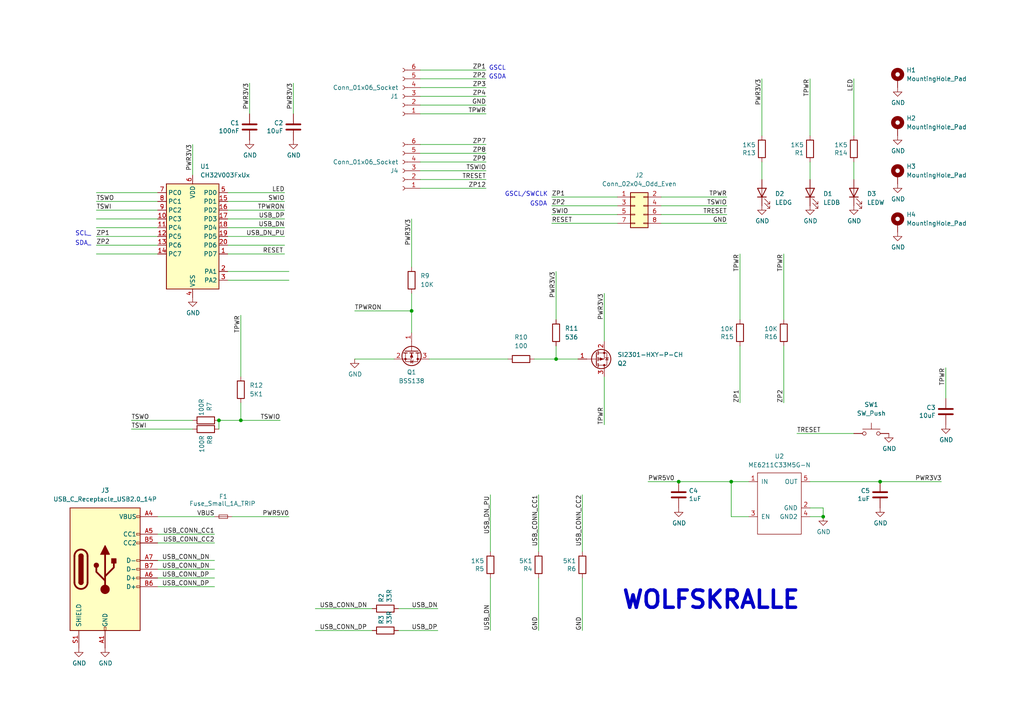
<source format=kicad_sch>
(kicad_sch (version 20231120) (generator "eeschema") (generator_version "8.0")
  (paper "A4")
  (title_block (date "2025-08-02") (rev "V0"))
  (lib_symbols
    (symbol "Connector:Conn_01x06_Socket" (pin_names (offset 1.016) hide)
      (property "Reference" "J" (at 0 7.62 0))
      (property "Value" "Conn_01x06_Socket" (at 0 -10.16 0))
      (symbol "Conn_01x06_Socket_1_1"
        (arc (start 0 -7.112) (mid -0.5058 -7.62) (end 0 -8.128) (stroke (width 0.1524)))
        (arc (start 0 -4.572) (mid -0.5058 -5.08) (end 0 -5.588) (stroke (width 0.1524)))
        (arc (start 0 -2.032) (mid -0.5058 -2.54) (end 0 -3.048) (stroke (width 0.1524)))
        (polyline (pts (xy -1.27 -7.62) (xy -0.508 -7.62)) (stroke (width 0.1524)))
        (polyline (pts (xy -1.27 -5.08) (xy -0.508 -5.08)) (stroke (width 0.1524)))
        (polyline (pts (xy -1.27 -2.54) (xy -0.508 -2.54)) (stroke (width 0.1524)))
        (polyline (pts (xy -1.27 0) (xy -0.508 0)) (stroke (width 0.1524)))
        (polyline (pts (xy -1.27 2.54) (xy -0.508 2.54)) (stroke (width 0.1524)))
        (polyline (pts (xy -1.27 5.08) (xy -0.508 5.08)) (stroke (width 0.1524)))
        (arc (start 0 0.508) (mid -0.5058 0) (end 0 -0.508) (stroke (width 0.1524)))
        (arc (start 0 3.048) (mid -0.5058 2.54) (end 0 2.032) (stroke (width 0.1524)))
        (arc (start 0 5.588) (mid -0.5058 5.08) (end 0 4.572) (stroke (width 0.1524)))
        (pin passive line (at -5.08 5.08 0) (length 3.81) (name "Pin_1") (number "1"))
        (pin passive line (at -5.08 2.54 0) (length 3.81) (name "Pin_2") (number "2"))
        (pin passive line (at -5.08 0 0) (length 3.81) (name "Pin_3") (number "3"))
        (pin passive line (at -5.08 -2.54 0) (length 3.81) (name "Pin_4") (number "4"))
        (pin passive line (at -5.08 -5.08 0) (length 3.81) (name "Pin_5") (number "5"))
        (pin passive line (at -5.08 -7.62 0) (length 3.81) (name "Pin_6") (number "6"))
      )
    )
    (symbol "Connector:USB_C_Receptacle_USB2.0_14P" (pin_names (offset 1.016))
      (property "Reference" "J" (at 0 22.225 0))
      (property "Value" "USB_C_Receptacle_USB2.0_14P" (at 0 19.685 0))
      (symbol "USB_C_Receptacle_USB2.0_14P_0_0"
        (rectangle (start -0.254 -17.78) (end 0.254 -16.764))
        (rectangle (start 10.16 -4.826) (end 9.144 -5.334))
        (rectangle (start 10.16 -2.286) (end 9.144 -2.794))
        (rectangle (start 10.16 0.254) (end 9.144 -0.254))
        (rectangle (start 10.16 2.794) (end 9.144 2.286))
        (rectangle (start 10.16 7.874) (end 9.144 7.366))
        (rectangle (start 10.16 10.414) (end 9.144 9.906))
        (rectangle (start 10.16 15.494) (end 9.144 14.986))
      )
      (symbol "USB_C_Receptacle_USB2.0_14P_0_1"
        (rectangle (start -10.16 17.78) (end 10.16 -17.78) (stroke (width 0.254)) (fill (type background)))
        (arc (start -8.89 -3.81) (mid -6.985 -5.7067) (end -5.08 -3.81) (stroke (width 0.508)))
        (arc (start -7.62 -3.81) (mid -6.985 -4.4423) (end -6.35 -3.81) (stroke (width 0.254)))
        (arc (start -7.62 -3.81) (mid -6.985 -4.4423) (end -6.35 -3.81) (stroke (width 0.254)) (fill (type outline)))
        (rectangle (start -7.62 -3.81) (end -6.35 3.81) (stroke (width 0.254)) (fill (type outline)))
        (arc (start -6.35 3.81) (mid -6.985 4.4423) (end -7.62 3.81) (stroke (width 0.254)))
        (arc (start -6.35 3.81) (mid -6.985 4.4423) (end -7.62 3.81) (stroke (width 0.254)) (fill (type outline)))
        (arc (start -5.08 3.81) (mid -6.985 5.7067) (end -8.89 3.81) (stroke (width 0.508)))
        (circle (center -2.54 1.143) (radius 0.635) (stroke (width 0.254)) (fill (type outline)))
        (circle (center 0 -5.842) (radius 1.27) (fill (type outline)))
        (polyline (pts (xy -8.89 -3.81) (xy -8.89 3.81)) (stroke (width 0.508)))
        (polyline (pts (xy -5.08 3.81) (xy -5.08 -3.81)) (stroke (width 0.508)))
        (polyline (pts (xy 0 -5.842) (xy 0 4.318)) (stroke (width 0.508)))
        (polyline (pts (xy 0 -3.302) (xy -2.54 -0.762) (xy -2.54 0.508)) (stroke (width 0.508)))
        (polyline (pts (xy 0 -2.032) (xy 2.54 0.508) (xy 2.54 1.778)) (stroke (width 0.508)))
        (polyline (pts (xy -1.27 4.318) (xy 0 6.858) (xy 1.27 4.318) (xy -1.27 4.318)) (stroke (width 0.254)) (fill (type outline)))
        (rectangle (start 1.905 1.778) (end 3.175 3.048) (stroke (width 0.254)) (fill (type outline)))
      )
      (symbol "USB_C_Receptacle_USB2.0_14P_1_1"
        (pin passive line (at 0 -22.86 90) (length 5.08) (name "GND") (number "A1"))
        (pin passive line (at 0 -22.86 90) (length 5.08) hide (name "GND") (number "A12"))
        (pin passive line (at 15.24 15.24 180) (length 5.08) (name "VBUS") (number "A4"))
        (pin bidirectional line (at 15.24 10.16 180) (length 5.08) (name "CC1") (number "A5"))
        (pin bidirectional line (at 15.24 -2.54 180) (length 5.08) (name "D+") (number "A6"))
        (pin bidirectional line (at 15.24 2.54 180) (length 5.08) (name "D-") (number "A7"))
        (pin passive line (at 15.24 15.24 180) (length 5.08) hide (name "VBUS") (number "A9"))
        (pin passive line (at 0 -22.86 90) (length 5.08) hide (name "GND") (number "B1"))
        (pin passive line (at 0 -22.86 90) (length 5.08) hide (name "GND") (number "B12"))
        (pin passive line (at 15.24 15.24 180) (length 5.08) hide (name "VBUS") (number "B4"))
        (pin bidirectional line (at 15.24 7.62 180) (length 5.08) (name "CC2") (number "B5"))
        (pin bidirectional line (at 15.24 -5.08 180) (length 5.08) (name "D+") (number "B6"))
        (pin bidirectional line (at 15.24 0 180) (length 5.08) (name "D-") (number "B7"))
        (pin passive line (at 15.24 15.24 180) (length 5.08) hide (name "VBUS") (number "B9"))
        (pin passive line (at -7.62 -22.86 90) (length 5.08) (name "SHIELD") (number "S1"))
      )
    )
    (symbol "Connector_Generic:Conn_02x04_Odd_Even" (pin_names (offset 1.016) hide)
      (property "Reference" "J" (at 1.27 5.08 0))
      (property "Value" "Conn_02x04_Odd_Even" (at 1.27 -7.62 0))
      (symbol "Conn_02x04_Odd_Even_1_1"
        (rectangle (start -1.27 -4.953) (end 0 -5.207) (stroke (width 0.1524)))
        (rectangle (start -1.27 -2.413) (end 0 -2.667) (stroke (width 0.1524)))
        (rectangle (start -1.27 0.127) (end 0 -0.127) (stroke (width 0.1524)))
        (rectangle (start -1.27 2.667) (end 0 2.413) (stroke (width 0.1524)))
        (rectangle (start -1.27 3.81) (end 3.81 -6.35) (stroke (width 0.254)) (fill (type background)))
        (rectangle (start 3.81 -4.953) (end 2.54 -5.207) (stroke (width 0.1524)))
        (rectangle (start 3.81 -2.413) (end 2.54 -2.667) (stroke (width 0.1524)))
        (rectangle (start 3.81 0.127) (end 2.54 -0.127) (stroke (width 0.1524)))
        (rectangle (start 3.81 2.667) (end 2.54 2.413) (stroke (width 0.1524)))
        (pin passive line (at -5.08 2.54 0) (length 3.81) (name "Pin_1") (number "1"))
        (pin passive line (at 7.62 2.54 180) (length 3.81) (name "Pin_2") (number "2"))
        (pin passive line (at -5.08 0 0) (length 3.81) (name "Pin_3") (number "3"))
        (pin passive line (at 7.62 0 180) (length 3.81) (name "Pin_4") (number "4"))
        (pin passive line (at -5.08 -2.54 0) (length 3.81) (name "Pin_5") (number "5"))
        (pin passive line (at 7.62 -2.54 180) (length 3.81) (name "Pin_6") (number "6"))
        (pin passive line (at -5.08 -5.08 0) (length 3.81) (name "Pin_7") (number "7"))
        (pin passive line (at 7.62 -5.08 180) (length 3.81) (name "Pin_8") (number "8"))
      )
    )
    (symbol "Device:C" (pin_numbers hide) (pin_names (offset 0.254))
      (property "Reference" "C" (at 0.635 2.54 0))
      (property "Value" "C" (at 0.635 -2.54 0))
      (symbol "C_0_1"
        (polyline (pts (xy -2.032 -0.762) (xy 2.032 -0.762)) (stroke (width 0.508)))
        (polyline (pts (xy -2.032 0.762) (xy 2.032 0.762)) (stroke (width 0.508)))
      )
      (symbol "C_1_1"
        (pin passive line (at 0 3.81 270) (length 2.794) (name "~") (number "1"))
        (pin passive line (at 0 -3.81 90) (length 2.794) (name "~") (number "2"))
      )
    )
    (symbol "Device:Fuse_Small" (pin_numbers hide) (pin_names (offset 0.254) hide)
      (property "Reference" "F" (at 0 -1.524 0))
      (property "Value" "Fuse_Small" (at 0 1.524 0))
      (symbol "Fuse_Small_0_1"
        (rectangle (start -1.27 0.508) (end 1.27 -0.508))
        (polyline (pts (xy -1.27 0) (xy 1.27 0)))
      )
      (symbol "Fuse_Small_1_1"
        (pin passive line (at -2.54 0 0) (length 1.27) (name "~") (number "1"))
        (pin passive line (at 2.54 0 180) (length 1.27) (name "~") (number "2"))
      )
    )
    (symbol "Device:LED" (pin_numbers hide) (pin_names (offset 1.016) hide)
      (property "Reference" "D" (at 0 2.54 0))
      (property "Value" "LED" (at 0 -2.54 0))
      (symbol "LED_0_1"
        (polyline (pts (xy -1.27 -1.27) (xy -1.27 1.27)) (stroke (width 0.254)))
        (polyline (pts (xy -1.27 0) (xy 1.27 0)))
        (polyline (pts (xy 1.27 -1.27) (xy 1.27 1.27) (xy -1.27 0) (xy 1.27 -1.27)) (stroke (width 0.254)))
        (polyline (pts (xy -3.048 -0.762) (xy -4.572 -2.286) (xy -3.81 -2.286) (xy -4.572 -2.286) (xy -4.572 -1.524)))
        (polyline (pts (xy -1.778 -0.762) (xy -3.302 -2.286) (xy -2.54 -2.286) (xy -3.302 -2.286) (xy -3.302 -1.524)))
      )
      (symbol "LED_1_1"
        (pin passive line (at -3.81 0 0) (length 2.54) (name "K") (number "1"))
        (pin passive line (at 3.81 0 180) (length 2.54) (name "A") (number "2"))
      )
    )
    (symbol "Device:R" (pin_numbers hide) (pin_names (offset 0))
      (property "Reference" "R" (at 2.032 0 90))
      (property "Value" "R" (at 0 0 90))
      (symbol "R_0_1"
        (rectangle (start -1.016 -2.54) (end 1.016 2.54) (stroke (width 0.254)))
      )
      (symbol "R_1_1"
        (pin passive line (at 0 3.81 270) (length 1.27) (name "~") (number "1"))
        (pin passive line (at 0 -3.81 90) (length 1.27) (name "~") (number "2"))
      )
    )
    (symbol "MCU_WCH_CH32V0:CH32V003FxUx"
      (property "Reference" "U" (at -7.62 17.78 0))
      (property "Value" "CH32V003FxUx" (at 7.62 17.78 0))
      (symbol "CH32V003FxUx_1_1"
        (rectangle (start -7.62 15.24) (end 7.62 -15.24) (stroke (width 0.254)) (fill (type background)))
        (pin bidirectional line (at 10.16 -5.08 180) (length 2.54) (name "PD7") (number "1"))
        (pin bidirectional line (at -10.16 5.08 0) (length 2.54) (name "PC3") (number "10"))
        (pin bidirectional line (at -10.16 2.54 0) (length 2.54) (name "PC4") (number "11"))
        (pin bidirectional line (at -10.16 0 0) (length 2.54) (name "PC5") (number "12"))
        (pin bidirectional line (at -10.16 -2.54 0) (length 2.54) (name "PC6") (number "13"))
        (pin bidirectional line (at -10.16 -5.08 0) (length 2.54) (name "PC7") (number "14"))
        (pin bidirectional line (at 10.16 10.16 180) (length 2.54) (name "PD1") (number "15"))
        (pin bidirectional line (at 10.16 7.62 180) (length 2.54) (name "PD2") (number "16"))
        (pin bidirectional line (at 10.16 5.08 180) (length 2.54) (name "PD3") (number "17"))
        (pin bidirectional line (at 10.16 2.54 180) (length 2.54) (name "PD4") (number "18"))
        (pin bidirectional line (at 10.16 0 180) (length 2.54) (name "PD5") (number "19"))
        (pin bidirectional line (at 10.16 -10.16 180) (length 2.54) (name "PA1") (number "2"))
        (pin bidirectional line (at 10.16 -2.54 180) (length 2.54) (name "PD6") (number "20"))
        (pin passive line (at 0 -17.78 90) (length 2.54) hide (name "VSS") (number "21"))
        (pin bidirectional line (at 10.16 -12.7 180) (length 2.54) (name "PA2") (number "3"))
        (pin power_in line (at 0 -17.78 90) (length 2.54) (name "VSS") (number "4"))
        (pin bidirectional line (at 10.16 12.7 180) (length 2.54) (name "PD0") (number "5"))
        (pin power_in line (at 0 17.78 270) (length 2.54) (name "VDD") (number "6"))
        (pin bidirectional line (at -10.16 12.7 0) (length 2.54) (name "PC0") (number "7"))
        (pin bidirectional line (at -10.16 10.16 0) (length 2.54) (name "PC1") (number "8"))
        (pin bidirectional line (at -10.16 7.62 0) (length 2.54) (name "PC2") (number "9"))
      )
    )
    (symbol "Mechanical:MountingHole_Pad" (pin_numbers hide) (pin_names (offset 1.016) hide) (exclude_from_sim yes) (in_bom no)
      (property "Reference" "H" (at 0 6.35 0))
      (property "Value" "MountingHole_Pad" (at 0 4.445 0))
      (symbol "MountingHole_Pad_0_1"
        (circle (center 0 1.27) (radius 1.27) (stroke (width 1.27)))
      )
      (symbol "MountingHole_Pad_1_1"
        (pin input line (at 0 -2.54 90) (length 2.54) (name "1") (number "1"))
      )
    )
    (symbol "Switch:SW_Push" (pin_numbers hide) (pin_names (offset 1.016) hide)
      (property "Reference" "SW" (at 1.27 2.54 0))
      (property "Value" "SW_Push" (at 0 -1.524 0))
      (symbol "SW_Push_0_1"
        (circle (center -2.032 0) (radius 0.508))
        (polyline (pts (xy 0 1.27) (xy 0 3.048)))
        (polyline (pts (xy 2.54 1.27) (xy -2.54 1.27)))
        (circle (center 2.032 0) (radius 0.508))
        (pin passive line (at -5.08 0 0) (length 2.54) (name "1") (number "1"))
        (pin passive line (at 5.08 0 180) (length 2.54) (name "2") (number "2"))
      )
    )
    (symbol "Transistor_FET:BSS138" (pin_names hide)
      (property "Reference" "Q" (at 5.08 1.905 0))
      (property "Value" "BSS138" (at 5.08 0 0))
      (symbol "BSS138_0_1"
        (polyline (pts (xy 0.254 0) (xy -2.54 0)))
        (polyline (pts (xy 0.254 1.905) (xy 0.254 -1.905)) (stroke (width 0.254)))
        (polyline (pts (xy 0.762 -1.27) (xy 0.762 -2.286)) (stroke (width 0.254)))
        (polyline (pts (xy 0.762 0.508) (xy 0.762 -0.508)) (stroke (width 0.254)))
        (polyline (pts (xy 0.762 2.286) (xy 0.762 1.27)) (stroke (width 0.254)))
        (polyline (pts (xy 2.54 2.54) (xy 2.54 1.778)))
        (polyline (pts (xy 2.54 -2.54) (xy 2.54 0) (xy 0.762 0)))
        (polyline (pts (xy 0.762 -1.778) (xy 3.302 -1.778) (xy 3.302 1.778) (xy 0.762 1.778)))
        (polyline (pts (xy 1.016 0) (xy 2.032 0.381) (xy 2.032 -0.381) (xy 1.016 0)) (fill (type outline)))
        (polyline (pts (xy 2.794 0.508) (xy 2.921 0.381) (xy 3.683 0.381) (xy 3.81 0.254)))
        (polyline (pts (xy 3.302 0.381) (xy 2.921 -0.254) (xy 3.683 -0.254) (xy 3.302 0.381)))
        (circle (center 1.651 0) (radius 2.794) (stroke (width 0.254)))
        (circle (center 2.54 -1.778) (radius 0.254) (fill (type outline)))
        (circle (center 2.54 1.778) (radius 0.254) (fill (type outline)))
      )
      (symbol "BSS138_1_1"
        (pin input line (at -5.08 0 0) (length 2.54) (name "G") (number "1"))
        (pin passive line (at 2.54 -5.08 90) (length 2.54) (name "S") (number "2"))
        (pin passive line (at 2.54 5.08 270) (length 2.54) (name "D") (number "3"))
      )
    )
    (symbol "Transistor_FET:BSS84" (pin_names hide)
      (property "Reference" "Q" (at 5.08 1.905 0))
      (property "Value" "BSS84" (at 5.08 0 0))
      (symbol "BSS84_0_1"
        (polyline (pts (xy 0.254 0) (xy -2.54 0)))
        (polyline (pts (xy 0.254 1.905) (xy 0.254 -1.905)) (stroke (width 0.254)))
        (polyline (pts (xy 0.762 -1.27) (xy 0.762 -2.286)) (stroke (width 0.254)))
        (polyline (pts (xy 0.762 0.508) (xy 0.762 -0.508)) (stroke (width 0.254)))
        (polyline (pts (xy 0.762 2.286) (xy 0.762 1.27)) (stroke (width 0.254)))
        (polyline (pts (xy 2.54 2.54) (xy 2.54 1.778)))
        (polyline (pts (xy 2.54 -2.54) (xy 2.54 0) (xy 0.762 0)))
        (polyline (pts (xy 0.762 1.778) (xy 3.302 1.778) (xy 3.302 -1.778) (xy 0.762 -1.778)))
        (polyline (pts (xy 2.286 0) (xy 1.27 0.381) (xy 1.27 -0.381) (xy 2.286 0)) (fill (type outline)))
        (polyline (pts (xy 2.794 -0.508) (xy 2.921 -0.381) (xy 3.683 -0.381) (xy 3.81 -0.254)))
        (polyline (pts (xy 3.302 -0.381) (xy 2.921 0.254) (xy 3.683 0.254) (xy 3.302 -0.381)))
        (circle (center 1.651 0) (radius 2.794) (stroke (width 0.254)))
        (circle (center 2.54 -1.778) (radius 0.254) (fill (type outline)))
        (circle (center 2.54 1.778) (radius 0.254) (fill (type outline)))
      )
      (symbol "BSS84_1_1"
        (pin input line (at -5.08 0 0) (length 2.54) (name "G") (number "1"))
        (pin passive line (at 2.54 -5.08 90) (length 2.54) (name "S") (number "2"))
        (pin passive line (at 2.54 5.08 270) (length 2.54) (name "D") (number "3"))
      )
    )
    (symbol "ld-power:NCP115" (pin_names (offset 1.016))
      (property "Reference" "U" (at 0 3.81 0))
      (property "Value" "NCP115" (at 0 -3.81 0))
      (symbol "NCP115_0_1"
        (rectangle (start -6.35 2.54) (end 6.35 -15.24))
      )
      (symbol "NCP115_1_1"
        (pin bidirectional line (at -8.89 0 0) (length 2.54) (name "IN") (number "1"))
        (pin bidirectional line (at 8.89 -7.62 180) (length 2.54) (name "GND") (number "2"))
        (pin bidirectional line (at -8.89 -10.16 0) (length 2.54) (name "EN") (number "3"))
        (pin bidirectional line (at 8.89 -10.16 180) (length 2.54) (name "GND2") (number "4"))
        (pin bidirectional line (at 8.89 0 180) (length 2.54) (name "OUT") (number "5"))
      )
    )
    (symbol "power:GND" (power) (pin_names (offset 0))
      (property "Value" "GND" (at 0 -3.81 0))
      (symbol "GND_0_1"
        (polyline (pts (xy 0 0) (xy 0 -1.27) (xy 1.27 -1.27) (xy 0 -2.54) (xy -1.27 -1.27) (xy 0 -1.27)))
      )
      (symbol "GND_1_1"
        (pin power_in line (at 0 0 270) (length 0) hide (name "GND") (number "1"))
      )
    )
  )
  (junction (at 63.5 121.92))
  (junction (at 69.85 121.92))
  (junction (at 255.27 139.7))
  (junction (at 119.38 90.17))
  (junction (at 212.09 139.7))
  (junction (at 238.76 149.86))
  (junction (at 196.85 139.7))
  (junction (at 161.29 104.14))
  (wire (pts (xy 121.92 44.45) (xy 140.97 44.45)))
  (wire (pts (xy 27.94 73.66) (xy 45.72 73.66)))
  (wire (pts (xy 66.04 68.58) (xy 82.55 68.58)))
  (wire (pts (xy 27.94 63.5) (xy 45.72 63.5)))
  (wire (pts (xy 227.33 100.33) (xy 227.33 116.84)))
  (wire (pts (xy 175.26 99.06) (xy 175.26 85.09)))
  (wire (pts (xy 45.72 167.64) (xy 62.23 167.64)))
  (wire (pts (xy 154.94 104.14) (xy 161.29 104.14)))
  (wire (pts (xy 45.72 149.86) (xy 62.23 149.86)))
  (wire (pts (xy 247.65 39.37) (xy 247.65 22.86)))
  (wire (pts (xy 27.94 58.42) (xy 45.72 58.42)))
  (wire (pts (xy 45.72 170.18) (xy 62.23 170.18)))
  (wire (pts (xy 234.95 39.37) (xy 234.95 22.86)))
  (wire (pts (xy 121.92 52.07) (xy 140.97 52.07)))
  (wire (pts (xy 91.44 182.88) (xy 107.95 182.88)))
  (wire (pts (xy 161.29 104.14) (xy 167.64 104.14)))
  (wire (pts (xy 255.27 139.7) (xy 234.95 139.7)))
  (wire (pts (xy 234.95 149.86) (xy 238.76 149.86)))
  (wire (pts (xy 168.91 160.02) (xy 168.91 143.51)))
  (wire (pts (xy 274.32 115.57) (xy 274.32 106.68)))
  (wire (pts (xy 27.94 60.96) (xy 45.72 60.96)))
  (wire (pts (xy 247.65 46.99) (xy 247.65 52.07)))
  (wire (pts (xy 66.04 63.5) (xy 82.55 63.5)))
  (wire (pts (xy 91.44 176.53) (xy 107.95 176.53)))
  (wire (pts (xy 142.24 160.02) (xy 142.24 143.51)))
  (wire (pts (xy 179.07 59.69) (xy 160.02 59.69)))
  (wire (pts (xy 115.57 182.88) (xy 127 182.88)))
  (wire (pts (xy 168.91 182.88) (xy 168.91 167.64)))
  (wire (pts (xy 66.04 78.74) (xy 83.82 78.74)))
  (wire (pts (xy 175.26 123.19) (xy 175.26 109.22)))
  (wire (pts (xy 255.27 139.7) (xy 273.05 139.7)))
  (wire (pts (xy 220.98 39.37) (xy 220.98 22.86)))
  (wire (pts (xy 196.85 139.7) (xy 212.09 139.7)))
  (wire (pts (xy 114.3 104.14) (xy 102.87 104.14)))
  (wire (pts (xy 72.39 33.02) (xy 72.39 24.13)))
  (wire (pts (xy 231.14 125.73) (xy 247.65 125.73)))
  (wire (pts (xy 156.21 160.02) (xy 156.21 143.51)))
  (wire (pts (xy 179.07 57.15) (xy 160.02 57.15)))
  (wire (pts (xy 142.24 182.88) (xy 142.24 167.64)))
  (wire (pts (xy 238.76 147.32) (xy 238.76 149.86)))
  (wire (pts (xy 191.77 62.23) (xy 210.82 62.23)))
  (wire (pts (xy 119.38 96.52) (xy 119.38 90.17)))
  (wire (pts (xy 121.92 20.32) (xy 140.97 20.32)))
  (wire (pts (xy 212.09 149.86) (xy 212.09 139.7)))
  (wire (pts (xy 121.92 41.91) (xy 140.97 41.91)))
  (wire (pts (xy 45.72 157.48) (xy 62.23 157.48)))
  (wire (pts (xy 38.1 124.46) (xy 55.88 124.46)))
  (wire (pts (xy 63.5 121.92) (xy 63.5 124.46)))
  (wire (pts (xy 191.77 57.15) (xy 210.82 57.15)))
  (wire (pts (xy 45.72 165.1) (xy 62.23 165.1)))
  (wire (pts (xy 66.04 60.96) (xy 82.55 60.96)))
  (wire (pts (xy 191.77 59.69) (xy 210.82 59.69)))
  (wire (pts (xy 66.04 71.12) (xy 82.55 71.12)))
  (wire (pts (xy 67.31 149.86) (xy 83.82 149.86)))
  (wire (pts (xy 187.96 139.7) (xy 196.85 139.7)))
  (wire (pts (xy 27.94 71.12) (xy 45.72 71.12)))
  (wire (pts (xy 27.94 68.58) (xy 45.72 68.58)))
  (wire (pts (xy 179.07 62.23) (xy 160.02 62.23)))
  (wire (pts (xy 27.94 55.88) (xy 45.72 55.88)))
  (wire (pts (xy 121.92 46.99) (xy 140.97 46.99)))
  (wire (pts (xy 179.07 64.77) (xy 160.02 64.77)))
  (wire (pts (xy 121.92 54.61) (xy 140.97 54.61)))
  (wire (pts (xy 124.46 104.14) (xy 147.32 104.14)))
  (wire (pts (xy 227.33 92.71) (xy 227.33 73.66)))
  (wire (pts (xy 115.57 176.53) (xy 127 176.53)))
  (wire (pts (xy 66.04 73.66) (xy 82.55 73.66)))
  (wire (pts (xy 69.85 116.84) (xy 69.85 121.92)))
  (wire (pts (xy 121.92 22.86) (xy 140.97 22.86)))
  (wire (pts (xy 212.09 139.7) (xy 217.17 139.7)))
  (wire (pts (xy 45.72 154.94) (xy 62.23 154.94)))
  (wire (pts (xy 220.98 46.99) (xy 220.98 52.07)))
  (wire (pts (xy 45.72 162.56) (xy 62.23 162.56)))
  (wire (pts (xy 214.63 92.71) (xy 214.63 73.66)))
  (wire (pts (xy 161.29 78.74) (xy 161.29 92.71)))
  (wire (pts (xy 27.94 66.04) (xy 45.72 66.04)))
  (wire (pts (xy 66.04 58.42) (xy 82.55 58.42)))
  (wire (pts (xy 121.92 33.02) (xy 140.97 33.02)))
  (wire (pts (xy 119.38 63.5) (xy 119.38 77.47)))
  (wire (pts (xy 63.5 121.92) (xy 69.85 121.92)))
  (wire (pts (xy 121.92 30.48) (xy 140.97 30.48)))
  (wire (pts (xy 55.88 50.8) (xy 55.88 41.91)))
  (wire (pts (xy 85.09 33.02) (xy 85.09 24.13)))
  (wire (pts (xy 121.92 49.53) (xy 140.97 49.53)))
  (wire (pts (xy 156.21 182.88) (xy 156.21 167.64)))
  (wire (pts (xy 210.82 64.77) (xy 191.77 64.77)))
  (wire (pts (xy 102.87 90.17) (xy 119.38 90.17)))
  (wire (pts (xy 121.92 27.94) (xy 140.97 27.94)))
  (wire (pts (xy 69.85 91.44) (xy 69.85 109.22)))
  (wire (pts (xy 38.1 121.92) (xy 55.88 121.92)))
  (wire (pts (xy 66.04 81.28) (xy 83.82 81.28)))
  (wire (pts (xy 214.63 100.33) (xy 214.63 116.84)))
  (wire (pts (xy 234.95 147.32) (xy 238.76 147.32)))
  (wire (pts (xy 234.95 46.99) (xy 234.95 52.07)))
  (wire (pts (xy 66.04 55.88) (xy 82.55 55.88)))
  (wire (pts (xy 119.38 90.17) (xy 119.38 85.09)))
  (wire (pts (xy 66.04 66.04) (xy 82.55 66.04)))
  (wire (pts (xy 217.17 149.86) (xy 212.09 149.86)))
  (wire (pts (xy 121.92 25.4) (xy 140.97 25.4)))
  (wire (pts (xy 161.29 100.33) (xy 161.29 104.14)))
  (wire (pts (xy 69.85 121.92) (xy 81.28 121.92)))
  (text "GSCL" (at 144.272 19.812 0) (effects (font (size 1.27 1.27))))
  (text "GSDA" (at 156.21 59.182 0) (effects (font (size 1.27 1.27))))
  (text "SCL_" (at 24.13 67.818 0) (effects (font (size 1.27 1.27))))
  (text "GSCL/SWCLK" (at 152.654 56.388 0) (effects (font (size 1.27 1.27))))
  (text "GSDA" (at 144.272 22.352 0) (effects (font (size 1.27 1.27))))
  (text "WOLFSKRALLE" (at 180.086 177.038 0) (effects (font (size 5 5) (thickness 1) (bold yes)) (justify left bottom)))
  (text "SDA_" (at 24.13 70.612 0) (effects (font (size 1.27 1.27))))
  (label "USB_CONN_DN" (at 92.71 176.53 0))
  (label "USB_CONN_DP" (at 46.99 167.64 0))
  (label "USB_DP" (at 119.38 182.88 0))
  (label "GND" (at 168.91 182.88 90))
  (label "TPWRON" (at 102.87 90.17 0))
  (label "TPWR" (at 227.33 73.66 270))
  (label "GND" (at 210.82 64.77 180))
  (label "RESET" (at 76.2 73.66 0))
  (label "TPWR" (at 210.82 57.15 180))
  (label "PWR5V0" (at 187.96 139.7 0))
  (label "TSWI" (at 38.1 124.46 0))
  (label "TRESET" (at 140.97 52.07 180))
  (label "TSWIO" (at 210.82 59.69 180))
  (label "ZP1" (at 140.97 20.32 180))
  (label "USB_CONN_DN" (at 46.99 162.56 0))
  (label "PWR3V3" (at 119.38 63.5 270))
  (label "TPWR" (at 140.97 33.02 180))
  (label "ZP7" (at 140.97 41.91 180))
  (label "ZP1" (at 214.63 116.84 90))
  (label "TPWR" (at 69.85 91.44 270))
  (label "ZP1" (at 27.94 68.58 0))
  (label "TSWIO" (at 81.28 121.92 180))
  (label "ZP8" (at 140.97 44.45 180))
  (label "ZP2" (at 27.94 71.12 0))
  (label "SWIO" (at 160.02 62.23 0))
  (label "USB_DN" (at 82.55 66.04 180))
  (label "TPWR" (at 214.63 73.66 270))
  (label "PWR3V3" (at 220.98 22.86 270))
  (label "USB_DN" (at 142.24 182.88 90))
  (label "USB_DN_PU" (at 82.55 68.58 180))
  (label "GND" (at 140.97 30.48 180))
  (label "ZP12" (at 140.97 54.61 180))
  (label "TPWR" (at 234.95 22.86 270))
  (label "TSWO" (at 38.1 121.92 0))
  (label "USB_DP" (at 82.55 63.5 180))
  (label "ZP2" (at 140.97 22.86 180))
  (label "USB_DN" (at 119.38 176.53 0))
  (label "USB_DN_PU" (at 142.24 154.94 90))
  (label "ZP3" (at 140.97 25.4 180))
  (label "PWR3V3" (at 175.26 85.09 270))
  (label "USB_CONN_DP" (at 46.99 170.18 0))
  (label "RESET" (at 160.02 64.77 0))
  (label "USB_CONN_CC1" (at 156.21 143.51 270))
  (label "SWIO" (at 82.55 58.42 180))
  (label "USB_CONN_DN" (at 46.99 165.1 0))
  (label "ZP1" (at 160.02 57.15 0))
  (label "PWR3V3" (at 72.39 31.75 90))
  (label "VBUS" (at 62.23 149.86 180))
  (label "USB_CONN_CC2" (at 168.91 143.51 270))
  (label "USB_CONN_DP" (at 92.71 182.88 0))
  (label "TPWR" (at 175.26 123.19 90))
  (label "USB_CONN_CC1" (at 62.23 154.94 180))
  (label "LED" (at 82.55 55.88 180))
  (label "PWR3V3" (at 161.29 78.74 270))
  (label "TPWRON" (at 82.55 60.96 180))
  (label "ZP2" (at 160.02 59.69 0))
  (label "ZP2" (at 227.33 116.84 90))
  (label "TSWI" (at 27.94 60.96 0))
  (label "PWR3V3" (at 265.43 139.7 0))
  (label "PWR3V3" (at 55.88 49.53 90))
  (label "ZP9" (at 140.97 46.99 180))
  (label "LED" (at 247.65 22.86 270))
  (label "USB_CONN_CC2" (at 62.23 157.48 180))
  (label "ZP4" (at 140.97 27.94 180))
  (label "PWR3V3" (at 85.09 31.75 90))
  (label "GND" (at 156.21 182.88 90))
  (label "TSWO" (at 27.94 58.42 0))
  (label "TRESET" (at 210.82 62.23 180))
  (label "PWR5V0" (at 83.82 149.86 180))
  (label "TSWIO" (at 140.97 49.53 180))
  (label "TPWR" (at 274.32 106.68 270))
  (label "TRESET" (at 231.14 125.73 0))
  (symbol (lib_id "power:GND") (at 260.35 53.34 0) (unit 1)
    (property "Reference" "#PWR12" (effects (hide yes)))
    (property "Value" "GND" (at 260.477 57.7342 0))
  )
  (symbol (lib_id "Transistor_FET:BSS84") (at 172.72 104.14 0) (mirror x) (unit 1)
    (property "Reference" "Q2" (at 179.07 105.4101 0) (effects (justify left)))
    (property "Value" "SI2301-HXY-P-CH" (at 179.07 102.8701 0) (effects (justify left)))
    (property "Footprint" "Package_TO_SOT_SMD:SOT-23" (effects (hide yes)))
    (property "Datasheet" "http://assets.nexperia.com/documents/data-sheet/BSS84.pdf" (effects (hide yes)))
    (property "Description" "-0.13A Id, -50V Vds, P-Channel MOSFET, SOT-23" (effects (hide yes)))
  )
  (symbol (lib_id "power:GND") (at 234.95 59.69 0) (unit 1)
    (property "Reference" "#PWR05" (effects (hide yes)))
    (property "Value" "GND" (at 235.077 64.0842 0))
  )
  (symbol (lib_id "Device:LED") (at 247.65 55.88 90) (unit 1)
    (property "Reference" "D3" (at 251.46 56.1974 90) (effects (justify right)))
    (property "Value" "LEDW" (at 251.46 58.7374 90) (effects (justify right)))
    (property "Footprint" "LED_SMD:LED_0603_1608Metric" (effects (hide yes)))
    (property "Description" "Light emitting diode" (effects (hide yes)))
  )
  (symbol (lib_id "power:GND") (at 247.65 59.69 0) (unit 1)
    (property "Reference" "#PWR17" (effects (hide yes)))
    (property "Value" "GND" (at 247.777 64.0842 0))
  )
  (symbol (lib_id "Device:R") (at 59.69 124.46 270) (unit 1)
    (property "Reference" "R8" (at 60.8584 126.238 0) (effects (justify left)))
    (property "Value" "100R" (at 58.547 126.238 0) (effects (justify left)))
    (property "Footprint" "Resistor_SMD:R_0402_1005Metric" (effects (hide yes)))
  )
  (symbol (lib_id "MCU_WCH_CH32V0:CH32V003FxUx") (at 55.88 68.58 0) (unit 1)
    (property "Reference" "U1" (at 58.0741 48.26 0) (effects (justify left)))
    (property "Value" "CH32V003FxUx" (at 58.0741 50.8 0) (effects (justify left)))
    (property "Footprint" "Package_DFN_QFN:QFN-20-1EP_3x3mm_P0.4mm_EP1.65x1.65mm" (effects (hide yes)))
    (property "Datasheet" "https://www.wch-ic.com/products/CH32V003.html" (effects (hide yes)))
    (property "Description" "CH32V003 series are industrial-grade general-purpose microcontrollers designed based on 32-bit RISC-V instruction set and architecture. It adopts QingKe V2A core, RV32EC instruction set, and supports 2 levels of interrupt nesting. The series are mounted with rich peripheral interfaces and function modules. Its internal organizational structure meets the low-cost and low-power embedded application scenarios." (effects (hide yes)))
  )
  (symbol (lib_id "Transistor_FET:BSS138") (at 119.38 101.6 270) (unit 1)
    (property "Reference" "Q1" (at 119.38 107.95 90))
    (property "Value" "BSS138" (at 119.38 110.49 90))
    (property "Footprint" "Package_TO_SOT_SMD:SOT-23" (effects (hide yes)))
    (property "Datasheet" "https://www.onsemi.com/pub/Collateral/BSS138-D.PDF" (effects (hide yes)))
    (property "Description" "50V Vds, 0.22A Id, N-Channel MOSFET, SOT-23" (effects (hide yes)))
  )
  (symbol (lib_id "Mechanical:MountingHole_Pad") (at 260.35 64.77 0) (unit 1) (exclude_from_sim yes) (in_bom no)
    (property "Reference" "H4" (at 262.89 62.2299 0) (effects (justify left)))
    (property "Value" "MountingHole_Pad" (at 262.89 64.7699 0) (effects (justify left)))
    (property "Footprint" "MountingHole:MountingHole_2.7mm_M2.5_DIN965_Pad" (effects (hide yes)))
    (property "Description" "Mounting Hole with connection" (effects (hide yes)))
  )
  (symbol (lib_id "Device:R") (at 161.29 96.52 180) (unit 1)
    (property "Reference" "R11" (at 163.83 95.2499 0) (effects (justify right)))
    (property "Value" "536" (at 163.83 97.7899 0) (effects (justify right)))
    (property "Footprint" "Resistor_SMD:R_0402_1005Metric" (effects (hide yes)))
    (property "Description" "Resistor" (effects (hide yes)))
  )
  (symbol (lib_id "power:GND") (at 30.48 187.96 0) (unit 1)
    (property "Reference" "#PWR8" (effects (hide yes)))
    (property "Value" "GND" (at 30.607 192.3542 0))
  )
  (symbol (lib_id "Connector:Conn_01x06_Socket") (at 116.84 49.53 180) (unit 1)
    (property "Reference" "J4" (at 115.57 49.5301 0) (effects (justify left)))
    (property "Value" "Conn_01x06_Socket" (at 115.57 46.9901 0) (effects (justify left)))
    (property "Footprint" "LD-CONNECTORS:SPRING-MALE-6P-TIGHTHOLES" (effects (hide yes)))
    (property "Description" "Generic connector, single row, 01x06, script generated" (effects (hide yes)))
  )
  (symbol (lib_id "Device:R") (at 59.69 121.92 270) (unit 1)
    (property "Reference" "R7" (at 60.7314 116.586 0) (effects (justify left)))
    (property "Value" "100R" (at 58.42 115.57 0) (effects (justify left)))
    (property "Footprint" "Resistor_SMD:R_0402_1005Metric" (effects (hide yes)))
  )
  (symbol (lib_id "Device:R") (at 111.76 176.53 90) (unit 1)
    (property "Reference" "R2" (at 110.5916 174.752 0) (effects (justify left)))
    (property "Value" "33R" (at 112.903 174.752 0) (effects (justify left)))
    (property "Footprint" "Resistor_SMD:R_0402_1005Metric" (effects (hide yes)))
  )
  (symbol (lib_id "Mechanical:MountingHole_Pad") (at 260.35 36.83 0) (unit 1) (exclude_from_sim yes) (in_bom no)
    (property "Reference" "H2" (at 262.89 34.2899 0) (effects (justify left)))
    (property "Value" "MountingHole_Pad" (at 262.89 36.8299 0) (effects (justify left)))
    (property "Footprint" "MountingHole:MountingHole_2.7mm_M2.5_DIN965_Pad" (effects (hide yes)))
    (property "Description" "Mounting Hole with connection" (effects (hide yes)))
  )
  (symbol (lib_id "power:GND") (at 85.09 40.64 0) (unit 1)
    (property "Reference" "#PWR06" (effects (hide yes)))
    (property "Value" "GND" (at 85.217 45.0342 0))
  )
  (symbol (lib_id "power:GND") (at 260.35 39.37 0) (unit 1)
    (property "Reference" "#PWR3" (effects (hide yes)))
    (property "Value" "GND" (at 260.477 43.7642 0))
  )
  (symbol (lib_id "power:GND") (at 238.76 149.86 0) (unit 1)
    (property "Reference" "#PWR010" (effects (hide yes)))
    (property "Value" "GND" (at 238.887 154.2542 0))
  )
  (symbol (lib_id "power:GND") (at 22.86 187.96 0) (unit 1)
    (property "Reference" "#PWR7" (effects (hide yes)))
    (property "Value" "GND" (at 22.987 192.3542 0))
  )
  (symbol (lib_id "Device:R") (at 234.95 43.18 180) (unit 1)
    (property "Reference" "R1" (at 233.172 44.3484 0) (effects (justify left)))
    (property "Value" "1K5" (at 233.172 42.037 0) (effects (justify left)))
    (property "Footprint" "Resistor_SMD:R_0402_1005Metric" (effects (hide yes)))
  )
  (symbol (lib_id "Device:C") (at 72.39 36.83 0) (mirror y) (unit 1)
    (property "Reference" "C1" (at 69.469 35.6616 0) (effects (justify left)))
    (property "Value" "100nF" (at 69.469 37.973 0) (effects (justify left)))
    (property "Footprint" "Capacitor_SMD:C_0402_1005Metric" (effects (hide yes)))
  )
  (symbol (lib_id "ld-power:NCP115") (at 226.06 139.7 0) (unit 1)
    (property "Reference" "U2" (at 226.06 132.334 0))
    (property "Value" "ME6211C33M5G-N" (at 226.06 134.874 0))
    (property "Footprint" "Package_SO:TSOP-5_1.65x3.05mm_P0.95mm" (effects (hide yes)))
  )
  (symbol (lib_id "Switch:SW_Push") (at 252.73 125.73 0) (unit 1)
    (property "Reference" "SW1" (at 252.73 117.348 0))
    (property "Value" "SW_Push" (at 252.73 119.888 0))
    (property "Footprint" "LD-SWITCH:Button_2P_3x4mm" (effects (hide yes)))
  )
  (symbol (lib_id "Device:R") (at 247.65 43.18 180) (unit 1)
    (property "Reference" "R14" (at 245.872 44.3484 0) (effects (justify left)))
    (property "Value" "1K5" (at 245.872 42.037 0) (effects (justify left)))
    (property "Footprint" "Resistor_SMD:R_0402_1005Metric" (effects (hide yes)))
  )
  (symbol (lib_id "Device:R") (at 151.13 104.14 90) (unit 1)
    (property "Reference" "R10" (at 151.13 97.79 90))
    (property "Value" "100" (at 151.13 100.33 90))
    (property "Footprint" "Resistor_SMD:R_0402_1005Metric" (effects (hide yes)))
    (property "Description" "Resistor" (effects (hide yes)))
  )
  (symbol (lib_id "Device:R") (at 214.63 96.52 180) (unit 1)
    (property "Reference" "R15" (at 212.852 97.6884 0) (effects (justify left)))
    (property "Value" "10K" (at 212.852 95.377 0) (effects (justify left)))
    (property "Footprint" "Resistor_SMD:R_0402_1005Metric" (effects (hide yes)))
  )
  (symbol (lib_id "Mechanical:MountingHole_Pad") (at 260.35 50.8 0) (unit 1) (exclude_from_sim yes) (in_bom no)
    (property "Reference" "H3" (at 262.89 48.2599 0) (effects (justify left)))
    (property "Value" "MountingHole_Pad" (at 262.89 50.7999 0) (effects (justify left)))
    (property "Footprint" "MountingHole:MountingHole_2.7mm_M2.5_DIN965_Pad" (effects (hide yes)))
    (property "Description" "Mounting Hole with connection" (effects (hide yes)))
  )
  (symbol (lib_id "power:GND") (at 55.88 86.36 0) (unit 1)
    (property "Reference" "#PWR02" (effects (hide yes)))
    (property "Value" "GND" (at 56.007 90.7542 0))
  )
  (symbol (lib_id "power:GND") (at 102.87 104.14 0) (unit 1)
    (property "Reference" "#PWR16" (effects (hide yes)))
    (property "Value" "GND" (at 102.997 108.5342 0))
  )
  (symbol (lib_id "Device:R") (at 220.98 43.18 180) (unit 1)
    (property "Reference" "R13" (at 219.202 44.3484 0) (effects (justify left)))
    (property "Value" "1K5" (at 219.202 42.037 0) (effects (justify left)))
    (property "Footprint" "Resistor_SMD:R_0402_1005Metric" (effects (hide yes)))
  )
  (symbol (lib_id "Device:C") (at 85.09 36.83 0) (mirror y) (unit 1)
    (property "Reference" "C2" (at 82.169 35.6616 0) (effects (justify left)))
    (property "Value" "10uF" (at 82.169 37.973 0) (effects (justify left)))
    (property "Footprint" "Capacitor_SMD:C_0402_1005Metric" (effects (hide yes)))
  )
  (symbol (lib_id "Device:R") (at 156.21 163.83 180) (unit 1)
    (property "Reference" "R4" (at 154.432 164.9984 0) (effects (justify left)))
    (property "Value" "5K1" (at 154.432 162.687 0) (effects (justify left)))
    (property "Footprint" "Resistor_SMD:R_0402_1005Metric" (effects (hide yes)))
  )
  (symbol (lib_id "Connector:Conn_01x06_Socket") (at 116.84 27.94 180) (unit 1)
    (property "Reference" "J1" (at 115.57 27.9401 0) (effects (justify left)))
    (property "Value" "Conn_01x06_Socket" (at 115.57 25.4001 0) (effects (justify left)))
    (property "Footprint" "LD-CONNECTORS:SPRING-MALE-6P-TIGHTHOLES" (effects (hide yes)))
    (property "Description" "Generic connector, single row, 01x06, script generated" (effects (hide yes)))
  )
  (symbol (lib_id "power:GND") (at 72.39 40.64 0) (unit 1)
    (property "Reference" "#PWR04" (effects (hide yes)))
    (property "Value" "GND" (at 72.517 45.0342 0))
  )
  (symbol (lib_id "Device:R") (at 142.24 163.83 180) (unit 1)
    (property "Reference" "R5" (at 140.462 164.9984 0) (effects (justify left)))
    (property "Value" "1K5" (at 140.462 162.687 0) (effects (justify left)))
    (property "Footprint" "Resistor_SMD:R_0402_1005Metric" (effects (hide yes)))
  )
  (symbol (lib_id "power:GND") (at 196.85 147.32 0) (unit 1)
    (property "Reference" "#PWR09" (effects (hide yes)))
    (property "Value" "GND" (at 196.977 151.7142 0))
  )
  (symbol (lib_id "Mechanical:MountingHole_Pad") (at 260.35 22.86 0) (unit 1) (exclude_from_sim yes) (in_bom no)
    (property "Reference" "H1" (at 262.89 20.3199 0) (effects (justify left)))
    (property "Value" "MountingHole_Pad" (at 262.89 22.8599 0) (effects (justify left)))
    (property "Footprint" "MountingHole:MountingHole_2.7mm_M2.5_DIN965_Pad" (effects (hide yes)))
    (property "Description" "Mounting Hole with connection" (effects (hide yes)))
  )
  (symbol (lib_id "Device:C") (at 255.27 143.51 0) (mirror y) (unit 1)
    (property "Reference" "C5" (at 252.349 142.3416 0) (effects (justify left)))
    (property "Value" "1uF" (at 252.349 144.653 0) (effects (justify left)))
    (property "Footprint" "Capacitor_SMD:C_0402_1005Metric" (effects (hide yes)))
  )
  (symbol (lib_id "Device:Fuse_Small") (at 64.77 149.86 0) (unit 1)
    (property "Reference" "F1" (at 64.77 144.018 0))
    (property "Value" "Fuse_Small_1A_TRIP" (at 64.516 146.05 0))
    (property "Footprint" "Fuse:Fuse_0603_1608Metric" (effects (hide yes)))
    (property "Description" "Fuse, small symbol" (effects (hide yes)))
  )
  (symbol (lib_id "power:GND") (at 274.32 123.19 0) (unit 1)
    (property "Reference" "#PWR18" (effects (hide yes)))
    (property "Value" "GND" (at 274.447 127.5842 0))
  )
  (symbol (lib_id "Connector:USB_C_Receptacle_USB2.0_14P") (at 30.48 165.1 0) (unit 1)
    (property "Reference" "J3" (at 30.48 142.24 0))
    (property "Value" "USB_C_Receptacle_USB2.0_14P" (at 30.48 144.78 0))
    (property "Footprint" "LD-CONNECTORS:USB_C_Receptacle_HRO_TYPE-C-31-M-12-BIG-PADS-PASTE" (effects (hide yes)))
    (property "Datasheet" "https://www.usb.org/sites/default/files/documents/usb_type-c.zip" (effects (hide yes)))
    (property "Description" "USB 2.0-only 14P Type-C Receptacle connector" (effects (hide yes)))
  )
  (symbol (lib_id "Device:R") (at 111.76 182.88 90) (unit 1)
    (property "Reference" "R3" (at 110.5916 181.102 0) (effects (justify left)))
    (property "Value" "33R" (at 112.903 181.102 0) (effects (justify left)))
    (property "Footprint" "Resistor_SMD:R_0402_1005Metric" (effects (hide yes)))
  )
  (symbol (lib_id "Device:LED") (at 234.95 55.88 90) (unit 1)
    (property "Reference" "D1" (at 238.76 56.1974 90) (effects (justify right)))
    (property "Value" "LEDB" (at 238.76 58.7374 90) (effects (justify right)))
    (property "Footprint" "LED_SMD:LED_0603_1608Metric" (effects (hide yes)))
    (property "Description" "Light emitting diode" (effects (hide yes)))
  )
  (symbol (lib_id "power:GND") (at 260.35 67.31 0) (unit 1)
    (property "Reference" "#PWR13" (effects (hide yes)))
    (property "Value" "GND" (at 260.477 71.7042 0))
  )
  (symbol (lib_id "power:GND") (at 257.81 125.73 0) (unit 1)
    (property "Reference" "#PWR15" (effects (hide yes)))
    (property "Value" "GND" (at 257.937 130.1242 0))
  )
  (symbol (lib_id "power:GND") (at 220.98 59.69 0) (unit 1)
    (property "Reference" "#PWR14" (effects (hide yes)))
    (property "Value" "GND" (at 221.107 64.0842 0))
  )
  (symbol (lib_id "power:GND") (at 260.35 25.4 0) (unit 1)
    (property "Reference" "#PWR1" (effects (hide yes)))
    (property "Value" "GND" (at 260.477 29.7942 0))
  )
  (symbol (lib_id "Device:R") (at 168.91 163.83 180) (unit 1)
    (property "Reference" "R6" (at 167.132 164.9984 0) (effects (justify left)))
    (property "Value" "5K1" (at 167.132 162.687 0) (effects (justify left)))
    (property "Footprint" "Resistor_SMD:R_0402_1005Metric" (effects (hide yes)))
  )
  (symbol (lib_id "power:GND") (at 255.27 147.32 0) (unit 1)
    (property "Reference" "#PWR011" (effects (hide yes)))
    (property "Value" "GND" (at 255.397 151.7142 0))
  )
  (symbol (lib_id "Device:LED") (at 220.98 55.88 90) (unit 1)
    (property "Reference" "D2" (at 224.79 56.1974 90) (effects (justify right)))
    (property "Value" "LEDG" (at 224.79 58.7374 90) (effects (justify right)))
    (property "Footprint" "LED_SMD:LED_0603_1608Metric" (effects (hide yes)))
    (property "Description" "Light emitting diode" (effects (hide yes)))
  )
  (symbol (lib_id "Device:R") (at 119.38 81.28 180) (unit 1)
    (property "Reference" "R9" (at 121.92 80.0099 0) (effects (justify right)))
    (property "Value" "10K" (at 121.92 82.5499 0) (effects (justify right)))
    (property "Footprint" "Resistor_SMD:R_0402_1005Metric" (effects (hide yes)))
    (property "Description" "Resistor" (effects (hide yes)))
  )
  (symbol (lib_id "Device:C") (at 196.85 143.51 0) (unit 1)
    (property "Reference" "C4" (at 199.771 142.3416 0) (effects (justify left)))
    (property "Value" "1uF" (at 199.771 144.653 0) (effects (justify left)))
    (property "Footprint" "Capacitor_SMD:C_0402_1005Metric" (effects (hide yes)))
  )
  (symbol (lib_id "Device:C") (at 274.32 119.38 0) (mirror y) (unit 1)
    (property "Reference" "C3" (at 271.399 118.2116 0) (effects (justify left)))
    (property "Value" "10uF" (at 271.399 120.523 0) (effects (justify left)))
    (property "Footprint" "Capacitor_SMD:C_0402_1005Metric" (effects (hide yes)))
  )
  (symbol (lib_id "Connector_Generic:Conn_02x04_Odd_Even") (at 184.15 59.69 0) (unit 1)
    (property "Reference" "J2" (at 185.42 50.8 0))
    (property "Value" "Conn_02x04_Odd_Even" (at 185.42 53.34 0))
    (property "Footprint" "Connector_PinHeader_2.54mm:PinHeader_2x04_P2.54mm_Horizontal" (effects (hide yes)))
    (property "Description" "Generic connector, double row, 02x04, odd/even pin numbering scheme (row 1 odd numbers, row 2 even numbers), script generated (kicad-library-utils/schlib/autogen/connector/)" (effects (hide yes)))
  )
  (symbol (lib_id "Device:R") (at 227.33 96.52 180) (unit 1)
    (property "Reference" "R16" (at 225.552 97.6884 0) (effects (justify left)))
    (property "Value" "10K" (at 225.552 95.377 0) (effects (justify left)))
    (property "Footprint" "Resistor_SMD:R_0402_1005Metric" (effects (hide yes)))
  )
  (symbol (lib_id "Device:R") (at 69.85 113.03 180) (unit 1)
    (property "Reference" "R12" (at 72.39 111.7599 0) (effects (justify right)))
    (property "Value" "5K1" (at 72.39 114.2999 0) (effects (justify right)))
    (property "Footprint" "Resistor_SMD:R_0402_1005Metric" (effects (hide yes)))
    (property "Description" "Resistor" (effects (hide yes)))
  )
)
</source>
